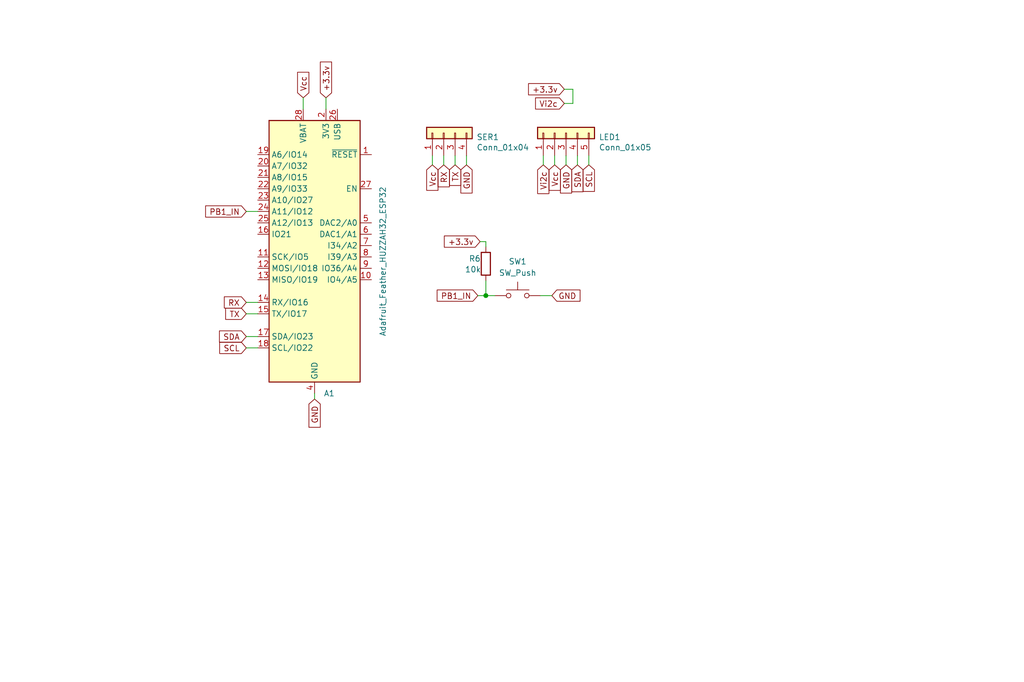
<source format=kicad_sch>
(kicad_sch (version 20211123) (generator eeschema)
  (paper "User" 228.6 152.4)
  (lib_symbols
    (symbol "Connector_Generic:Conn_01x04" (pin_names (offset 1.016) hide)
      (property "Reference" "J" (at 0 5.08 0))
      (property "Value" "Conn_01x04" (at 0 -7.62 0))
      (symbol "Conn_01x04_1_1"
        (rectangle (start -1.27 -4.953) (end 0 -5.207) (stroke (width 0.1524)))
        (rectangle (start -1.27 -2.413) (end 0 -2.667) (stroke (width 0.1524)))
        (rectangle (start -1.27 0.127) (end 0 -0.127) (stroke (width 0.1524)))
        (rectangle (start -1.27 2.667) (end 0 2.413) (stroke (width 0.1524)))
        (rectangle (start -1.27 3.81) (end 1.27 -6.35) (stroke (width 0.254)) (fill (type background)))
        (pin passive line (at -5.08 2.54 0) (length 3.81) (name "Pin_1") (number "1"))
        (pin passive line (at -5.08 0 0) (length 3.81) (name "Pin_2") (number "2"))
        (pin passive line (at -5.08 -2.54 0) (length 3.81) (name "Pin_3") (number "3"))
        (pin passive line (at -5.08 -5.08 0) (length 3.81) (name "Pin_4") (number "4"))
      )
    )
    (symbol "Connector_Generic:Conn_01x05" (pin_names (offset 1.016) hide)
      (property "Reference" "J" (at 0 7.62 0))
      (property "Value" "Conn_01x05" (at 0 -7.62 0))
      (symbol "Conn_01x05_1_1"
        (rectangle (start -1.27 -4.953) (end 0 -5.207) (stroke (width 0.1524)))
        (rectangle (start -1.27 -2.413) (end 0 -2.667) (stroke (width 0.1524)))
        (rectangle (start -1.27 0.127) (end 0 -0.127) (stroke (width 0.1524)))
        (rectangle (start -1.27 2.667) (end 0 2.413) (stroke (width 0.1524)))
        (rectangle (start -1.27 5.207) (end 0 4.953) (stroke (width 0.1524)))
        (rectangle (start -1.27 6.35) (end 1.27 -6.35) (stroke (width 0.254)) (fill (type background)))
        (pin passive line (at -5.08 5.08 0) (length 3.81) (name "Pin_1") (number "1"))
        (pin passive line (at -5.08 2.54 0) (length 3.81) (name "Pin_2") (number "2"))
        (pin passive line (at -5.08 0 0) (length 3.81) (name "Pin_3") (number "3"))
        (pin passive line (at -5.08 -2.54 0) (length 3.81) (name "Pin_4") (number "4"))
        (pin passive line (at -5.08 -5.08 0) (length 3.81) (name "Pin_5") (number "5"))
      )
    )
    (symbol "Device:R" (pin_numbers hide) (pin_names (offset 0))
      (property "Reference" "R" (at 2.032 0 90))
      (property "Value" "R" (at 0 0 90))
      (symbol "R_0_1"
        (rectangle (start -1.016 -2.54) (end 1.016 2.54) (stroke (width 0.254)))
      )
      (symbol "R_1_1"
        (pin passive line (at 0 3.81 270) (length 1.27) (name "~") (number "1"))
        (pin passive line (at 0 -3.81 90) (length 1.27) (name "~") (number "2"))
      )
    )
    (symbol "MCU_Module:Adafruit_Feather_HUZZAH32_ESP32"
      (property "Reference" "A" (at -10.16 29.21 0))
      (property "Value" "Adafruit_Feather_HUZZAH32_ESP32" (at 2.54 -31.75 0))
      (symbol "Adafruit_Feather_HUZZAH32_ESP32_0_1"
        (rectangle (start -10.16 27.94) (end 10.16 -30.48) (stroke (width 0.254)) (fill (type background)))
      )
      (symbol "Adafruit_Feather_HUZZAH32_ESP32_1_1"
        (pin input line (at 12.7 20.32 180) (length 2.54) (name "~{RESET}") (number "1"))
        (pin bidirectional line (at 12.7 -7.62 180) (length 2.54) (name "IO4/A5") (number "10"))
        (pin bidirectional line (at -12.7 -2.54 0) (length 2.54) (name "SCK/IO5") (number "11"))
        (pin bidirectional line (at -12.7 -5.08 0) (length 2.54) (name "MOSI/IO18") (number "12"))
        (pin bidirectional line (at -12.7 -7.62 0) (length 2.54) (name "MISO/IO19") (number "13"))
        (pin bidirectional line (at -12.7 -12.7 0) (length 2.54) (name "RX/IO16") (number "14"))
        (pin bidirectional line (at -12.7 -15.24 0) (length 2.54) (name "TX/IO17") (number "15"))
        (pin bidirectional line (at -12.7 2.54 0) (length 2.54) (name "IO21") (number "16"))
        (pin bidirectional line (at -12.7 -20.32 0) (length 2.54) (name "SDA/IO23") (number "17"))
        (pin bidirectional line (at -12.7 -22.86 0) (length 2.54) (name "SCL/IO22") (number "18"))
        (pin bidirectional line (at -12.7 20.32 0) (length 2.54) (name "A6/IO14") (number "19"))
        (pin power_in line (at 2.54 30.48 270) (length 2.54) (name "3V3") (number "2"))
        (pin bidirectional line (at -12.7 17.78 0) (length 2.54) (name "A7/IO32") (number "20"))
        (pin bidirectional line (at -12.7 15.24 0) (length 2.54) (name "A8/IO15") (number "21"))
        (pin bidirectional line (at -12.7 12.7 0) (length 2.54) (name "A9/IO33") (number "22"))
        (pin bidirectional line (at -12.7 10.16 0) (length 2.54) (name "A10/IO27") (number "23"))
        (pin bidirectional line (at -12.7 7.62 0) (length 2.54) (name "A11/IO12") (number "24"))
        (pin bidirectional line (at -12.7 5.08 0) (length 2.54) (name "A12/IO13") (number "25"))
        (pin power_in line (at 5.08 30.48 270) (length 2.54) (name "USB") (number "26"))
        (pin input line (at 12.7 12.7 180) (length 2.54) (name "EN") (number "27"))
        (pin power_in line (at -2.54 30.48 270) (length 2.54) (name "VBAT") (number "28"))
        (pin no_connect line (at 10.16 10.16 180) (length 2.54) hide (name "NC") (number "3"))
        (pin power_in line (at 0 -33.02 90) (length 2.54) (name "GND") (number "4"))
        (pin bidirectional line (at 12.7 5.08 180) (length 2.54) (name "DAC2/A0") (number "5"))
        (pin bidirectional line (at 12.7 2.54 180) (length 2.54) (name "DAC1/A1") (number "6"))
        (pin bidirectional line (at 12.7 0 180) (length 2.54) (name "I34/A2") (number "7"))
        (pin bidirectional line (at 12.7 -2.54 180) (length 2.54) (name "I39/A3") (number "8"))
        (pin bidirectional line (at 12.7 -5.08 180) (length 2.54) (name "IO36/A4") (number "9"))
      )
    )
    (symbol "Switch:SW_Push" (pin_numbers hide) (pin_names (offset 1.016) hide)
      (property "Reference" "SW" (at 1.27 2.54 0))
      (property "Value" "SW_Push" (at 0 -1.524 0))
      (symbol "SW_Push_0_1"
        (circle (center -2.032 0) (radius 0.508))
        (polyline (pts (xy 0 1.27) (xy 0 3.048)))
        (polyline (pts (xy 2.54 1.27) (xy -2.54 1.27)))
        (circle (center 2.032 0) (radius 0.508))
        (pin passive line (at -5.08 0 0) (length 2.54) (name "1") (number "1"))
        (pin passive line (at 5.08 0 180) (length 2.54) (name "2") (number "2"))
      )
    )
  )
  (junction (at 108.458 66.04))
  (wire (pts (xy 120.65 66.04) (xy 123.19 66.04)))
  (wire (pts (xy 123.825 36.83) (xy 123.825 34.798)))
  (wire (pts (xy 54.991 77.724) (xy 57.531 77.724)))
  (wire (pts (xy 121.285 36.83) (xy 121.285 34.798)))
  (wire (pts (xy 127.889 23.114) (xy 125.984 23.114)))
  (wire (pts (xy 125.984 19.939) (xy 127.889 19.939)))
  (wire (pts (xy 106.68 66.04) (xy 108.458 66.04)))
  (wire (pts (xy 108.458 53.975) (xy 107.188 53.975)))
  (wire (pts (xy 127.889 19.939) (xy 127.889 23.114)))
  (wire (pts (xy 54.991 67.564) (xy 57.531 67.564)))
  (wire (pts (xy 67.691 21.844) (xy 67.691 24.384)))
  (wire (pts (xy 54.991 75.184) (xy 57.531 75.184)))
  (wire (pts (xy 108.458 62.738) (xy 108.458 66.04)))
  (wire (pts (xy 126.365 36.83) (xy 126.365 34.798)))
  (wire (pts (xy 54.991 47.244) (xy 57.531 47.244)))
  (wire (pts (xy 54.991 70.104) (xy 57.531 70.104)))
  (wire (pts (xy 101.6 36.83) (xy 101.6 34.798)))
  (wire (pts (xy 72.771 21.844) (xy 72.771 24.384)))
  (wire (pts (xy 99.06 36.83) (xy 99.06 34.798)))
  (wire (pts (xy 70.231 87.884) (xy 70.231 89.154)))
  (wire (pts (xy 104.14 36.83) (xy 104.14 34.798)))
  (wire (pts (xy 108.458 66.04) (xy 110.49 66.04)))
  (wire (pts (xy 108.458 55.118) (xy 108.458 53.975)))
  (wire (pts (xy 131.445 36.83) (xy 131.445 34.798)))
  (wire (pts (xy 128.905 36.83) (xy 128.905 34.798)))
  (wire (pts (xy 96.52 36.83) (xy 96.52 34.798)))
  (global_label "Vcc" (shape input) (at 96.52 36.83 270) (property "Intersheet References" "${INTERSHEET_REFS}" (effects hide)))
  (global_label "Vi2c" (shape input) (at 121.285 36.83 270) (property "Intersheet References" "${INTERSHEET_REFS}" (effects hide)))
  (global_label "+3.3v" (shape input) (at 125.984 19.939 180) (property "Intersheet References" "${INTERSHEET_REFS}" (effects hide)))
  (global_label "GND" (shape input) (at 126.365 36.83 270) (property "Intersheet References" "${INTERSHEET_REFS}" (effects hide)))
  (global_label "Vcc" (shape input) (at 67.691 21.844 90) (property "Intersheet References" "${INTERSHEET_REFS}" (effects hide)))
  (global_label "+3.3v" (shape input) (at 72.771 21.844 90) (property "Intersheet References" "${INTERSHEET_REFS}" (effects hide)))
  (global_label "PB1_IN" (shape input) (at 54.991 47.244 180) (property "Intersheet References" "${INTERSHEET_REFS}" (effects hide)))
  (global_label "GND" (shape input) (at 123.19 66.04 0) (property "Intersheet References" "${INTERSHEET_REFS}" (effects hide)))
  (global_label "SCL" (shape input) (at 131.445 36.83 270) (property "Intersheet References" "${INTERSHEET_REFS}" (effects hide)))
  (global_label "RX" (shape input) (at 99.06 36.83 270) (property "Intersheet References" "${INTERSHEET_REFS}" (effects hide)))
  (global_label "TX" (shape input) (at 54.991 70.104 180) (property "Intersheet References" "${INTERSHEET_REFS}" (effects hide)))
  (global_label "GND" (shape input) (at 104.14 36.83 270) (property "Intersheet References" "${INTERSHEET_REFS}" (effects hide)))
  (global_label "TX" (shape input) (at 101.6 36.83 270) (property "Intersheet References" "${INTERSHEET_REFS}" (effects hide)))
  (global_label "PB1_IN" (shape input) (at 106.68 66.04 180) (property "Intersheet References" "${INTERSHEET_REFS}" (effects hide)))
  (global_label "Vi2c" (shape input) (at 125.984 23.114 180) (property "Intersheet References" "${INTERSHEET_REFS}" (effects hide)))
  (global_label "SDA" (shape input) (at 54.991 75.184 180) (property "Intersheet References" "${INTERSHEET_REFS}" (effects hide)))
  (global_label "Vcc" (shape input) (at 123.825 36.83 270) (property "Intersheet References" "${INTERSHEET_REFS}" (effects hide)))
  (global_label "RX" (shape input) (at 54.991 67.564 180) (property "Intersheet References" "${INTERSHEET_REFS}" (effects hide)))
  (global_label "SCL" (shape input) (at 54.991 77.724 180) (property "Intersheet References" "${INTERSHEET_REFS}" (effects hide)))
  (global_label "SDA" (shape input) (at 128.905 36.83 270) (property "Intersheet References" "${INTERSHEET_REFS}" (effects hide)))
  (global_label "+3.3v" (shape input) (at 107.188 53.975 180) (property "Intersheet References" "${INTERSHEET_REFS}" (effects hide)))
  (global_label "GND" (shape input) (at 70.231 89.154 270) (property "Intersheet References" "${INTERSHEET_REFS}" (effects hide)))
  (symbol (lib_id "Device:R") (at 108.458 58.928 0) (unit 1)
    (property "Reference" "R6" (at 104.648 57.785 0) (effects (justify left)))
    (property "Value" "10k" (at 103.759 60.198 0) (effects (justify left)))
    (property "Footprint" "Resistor_SMD:R_0805_2012Metric" (effects hide))
    (property "Datasheet" "https://www.mouser.com/ProductDetail/ROHM-Semiconductor/ESR10EZPF5102?qs=DyUWGjl%252BcVsMTSBF51O24w%3D%3D" (effects hide))
    (property "P/N" "755-ESR10EZPF5102" (effects hide))
    (property "Group#" "11" (effects hide))
  )
  (symbol (lib_id "Connector_Generic:Conn_01x04") (at 99.06 29.718 90) (unit 1)
    (property "Reference" "SER1" (at 106.3752 30.6324 90) (effects (justify right)))
    (property "Value" "Conn_01x04" (at 106.3752 32.9438 90) (effects (justify right)))
    (property "Footprint" "Connector_PinHeader_2.54mm:PinHeader_1x04_P2.54mm_Vertical" (effects hide))
  )
  (symbol (lib_id "Connector_Generic:Conn_01x05") (at 126.365 29.718 90) (unit 1)
    (property "Reference" "LED1" (at 133.6802 30.6324 90) (effects (justify right)))
    (property "Value" "Conn_01x05" (at 133.6802 32.9438 90) (effects (justify right)))
    (property "Footprint" "Connector_PinHeader_2.54mm:PinHeader_1x05_P2.54mm_Vertical" (effects hide))
  )
  (symbol (lib_id "Switch:SW_Push") (at 115.57 66.04 0) (unit 1)
    (property "Reference" "SW1" (at 115.57 58.42 0))
    (property "Value" "SW_Push" (at 115.57 60.96 0))
    (property "Footprint" "Button_Switch_THT:SW_PUSH_6mm_H8mm" (effects hide))
  )
  (symbol (lib_id "MCU_Module:Adafruit_Feather_HUZZAH32_ESP32") (at 70.231 54.864 0) (unit 1)
    (property "Reference" "A1" (at 72.2504 87.884 0) (effects (justify left)))
    (property "Value" "Adafruit_Feather_HUZZAH32_ESP32" (at 85.471 75.184 90) (effects (justify left)))
    (property "Footprint" "Module:Adafruit_Feather" (effects hide))
    (property "Datasheet" "https://cdn-learn.adafruit.com/downloads/pdf/adafruit-huzzah32-esp32-feather.pdf" (effects hide))
  )
)
</source>
